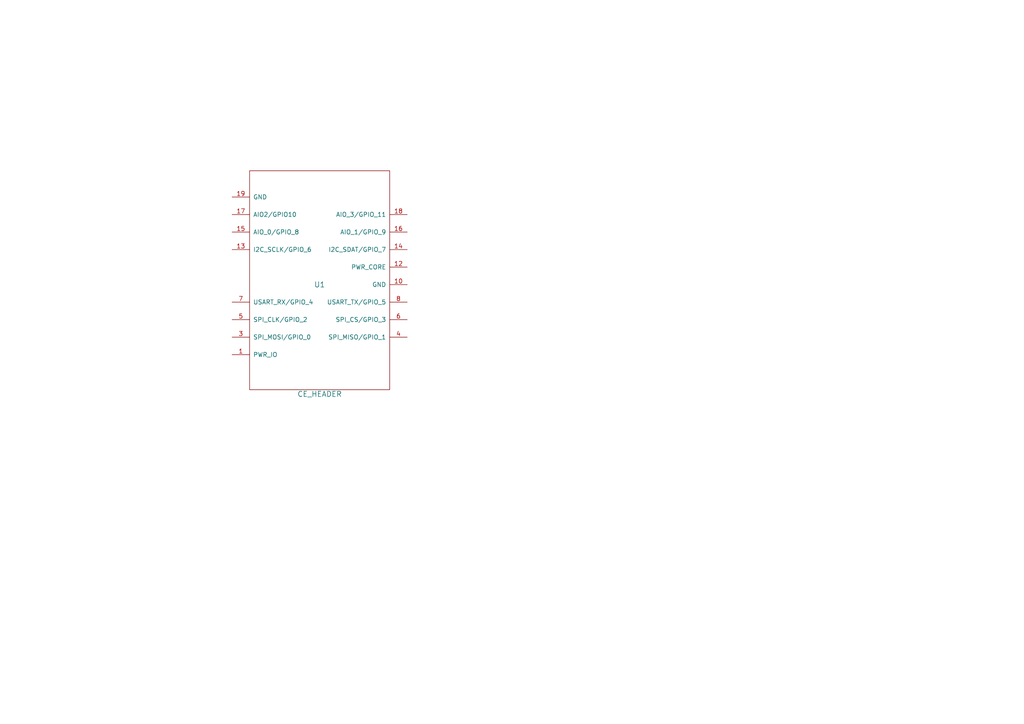
<source format=kicad_sch>
(kicad_sch (version 20230121) (generator eeschema)
  (paper "A4")
  (lib_symbols
    (symbol "ce_header:CE_HEADER" (pin_names (offset 1.016))
      (property "Reference" "U" (at 0 0 0))
      (property "Value" "CE_HEADER" (at 0 31.75 0))
      (symbol "CE_HEADER_0_1"
        (rectangle (start -20.32 30.48) (end 20.32 -33.02))
      )
      (symbol "CE_HEADER_1_1"
        (pin input line (at -25.4 20.32 0) (length 5.08) (name "PWR_IO") (number "1"))
        (pin input line (at 25.4 0 180) (length 5.08) (name "GND") (number "10"))
        (pin input line (at 25.4 -5.08 180) (length 5.08) (name "PWR_CORE") (number "12"))
        (pin input line (at -25.4 -10.16 0) (length 5.08) (name "I2C_SCLK/GPIO_6") (number "13"))
        (pin input line (at 25.4 -10.16 180) (length 5.08) (name "I2C_SDAT/GPIO_7") (number "14"))
        (pin input line (at -25.4 -15.24 0) (length 5.08) (name "AIO_0/GPIO_8") (number "15"))
        (pin input line (at 25.4 -15.24 180) (length 5.08) (name "AIO_1/GPIO_9") (number "16"))
        (pin input line (at -25.4 -20.32 0) (length 5.08) (name "AIO2/GPIO10") (number "17"))
        (pin input line (at 25.4 -20.32 180) (length 5.08) (name "AIO_3/GPIO_11") (number "18"))
        (pin input line (at -25.4 -25.4 0) (length 5.08) (name "GND") (number "19"))
        (pin input line (at -25.4 15.24 0) (length 5.08) (name "SPI_MOSI/GPIO_0") (number "3"))
        (pin input line (at 25.4 15.24 180) (length 5.08) (name "SPI_MISO/GPIO_1") (number "4"))
        (pin input line (at -25.4 10.16 0) (length 5.08) (name "SPI_CLK/GPIO_2") (number "5"))
        (pin input line (at 25.4 10.16 180) (length 5.08) (name "SPI_CS/GPIO_3") (number "6"))
        (pin input line (at -25.4 5.08 0) (length 5.08) (name "USART_RX/GPIO_4") (number "7"))
        (pin input line (at 25.4 5.08 180) (length 5.08) (name "USART_TX/GPIO_5") (number "8"))
      )
    )
  )
  (symbol (lib_id "ce_header:CE_HEADER") (at 92.71 82.55 0) (mirror x) (unit 1)
    (property "Reference" "U1" (at 92.71 82.55 0) (effects (font (size 1.524 1.524))))
    (property "Value" "CE_HEADER" (at 92.71 114.3 0) (effects (font (size 1.524 1.524))))
  )
)
</source>
